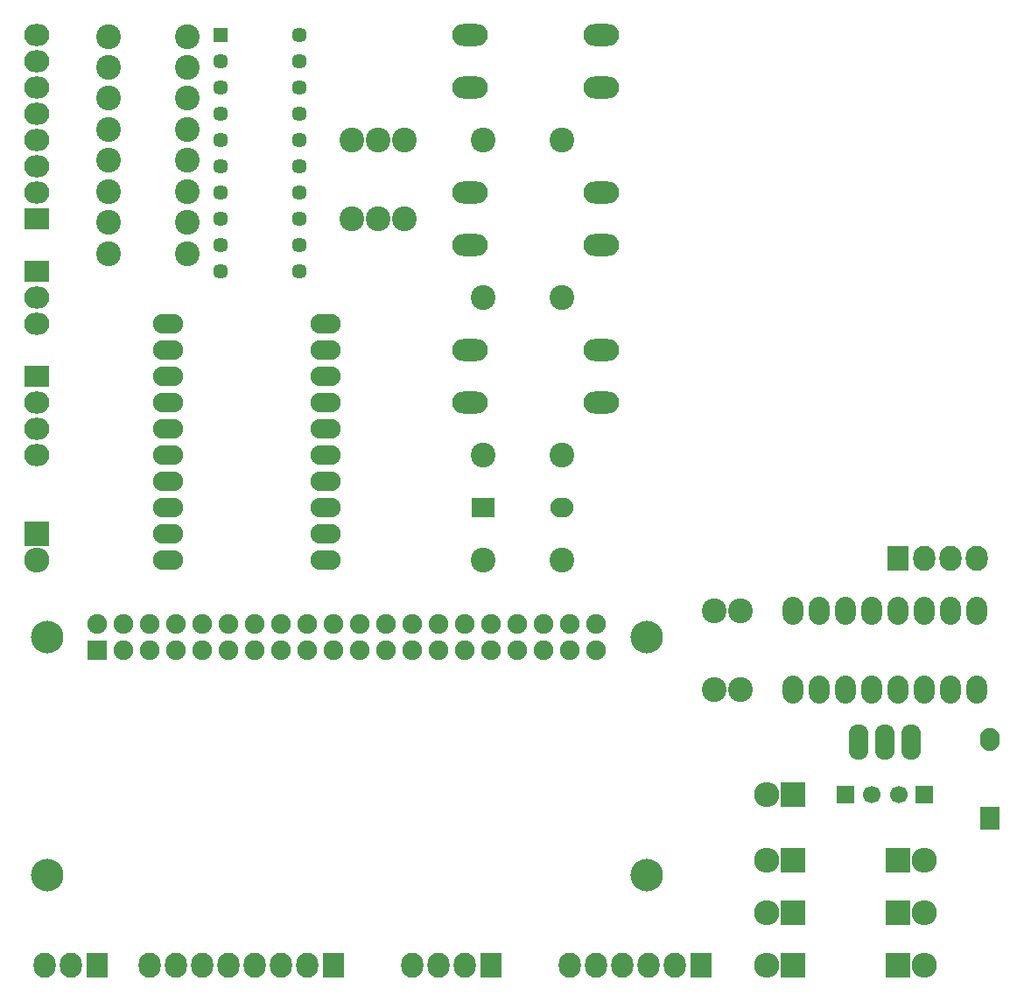
<source format=gbr>
G04 #@! TF.FileFunction,Soldermask,Bot*
%FSLAX46Y46*%
G04 Gerber Fmt 4.6, Leading zero omitted, Abs format (unit mm)*
G04 Created by KiCad (PCBNEW 4.0.2+dfsg1-stable) date 2019年09月16日 21時23分18秒*
%MOMM*%
G01*
G04 APERTURE LIST*
%ADD10C,0.100000*%
%ADD11R,1.908000X1.908000*%
%ADD12C,1.908000*%
%ADD13C,3.150000*%
%ADD14R,1.700000X1.700000*%
%ADD15C,1.700000*%
%ADD16R,2.432000X2.432000*%
%ADD17O,2.432000X2.432000*%
%ADD18R,2.127200X2.432000*%
%ADD19O,2.127200X2.432000*%
%ADD20R,2.432000X2.127200*%
%ADD21O,2.432000X2.127200*%
%ADD22C,2.398980*%
%ADD23O,2.924000X1.924000*%
%ADD24R,2.224000X1.924000*%
%ADD25O,2.224000X1.924000*%
%ADD26O,3.448000X2.127200*%
%ADD27O,2.000000X2.700000*%
%ADD28R,1.450000X1.450000*%
%ADD29C,1.450000*%
%ADD30O,1.924000X3.448000*%
%ADD31R,1.924000X2.224000*%
%ADD32O,1.924000X2.224000*%
G04 APERTURE END LIST*
D10*
D11*
X35560000Y-136160000D03*
D12*
X35560000Y-133620000D03*
X38100000Y-136160000D03*
X38100000Y-133620000D03*
X40640000Y-136160000D03*
X40640000Y-133620000D03*
X43180000Y-136160000D03*
X43180000Y-133620000D03*
X45720000Y-136160000D03*
X45720000Y-133620000D03*
X48260000Y-136160000D03*
X48260000Y-133620000D03*
X50800000Y-136160000D03*
X50800000Y-133620000D03*
X53340000Y-136160000D03*
X53340000Y-133620000D03*
X55880000Y-136160000D03*
X55880000Y-133620000D03*
X58420000Y-136160000D03*
X58420000Y-133620000D03*
X60960000Y-136160000D03*
X60960000Y-133620000D03*
X63500000Y-136160000D03*
X63500000Y-133620000D03*
X66040000Y-136160000D03*
X66040000Y-133620000D03*
X68580000Y-136160000D03*
X68580000Y-133620000D03*
X71120000Y-136160000D03*
X71120000Y-133620000D03*
X73660000Y-136160000D03*
X73660000Y-133620000D03*
X76200000Y-136160000D03*
X76200000Y-133620000D03*
X78740000Y-136160000D03*
X78740000Y-133620000D03*
X81280000Y-136160000D03*
X81280000Y-133620000D03*
X83820000Y-136160000D03*
X83820000Y-133620000D03*
D13*
X30690000Y-157890000D03*
X30690000Y-134890000D03*
X88690000Y-157890000D03*
X88690000Y-134890000D03*
D14*
X115570000Y-150130000D03*
D15*
X113070000Y-150130000D03*
D14*
X107950000Y-150130000D03*
D15*
X110450000Y-150130000D03*
D16*
X113030000Y-161560000D03*
D17*
X115570000Y-161560000D03*
D16*
X113030000Y-166640000D03*
D17*
X115570000Y-166640000D03*
D16*
X113030000Y-156480000D03*
D17*
X115570000Y-156480000D03*
D16*
X102870000Y-150130000D03*
D17*
X100330000Y-150130000D03*
D16*
X102870000Y-156480000D03*
D17*
X100330000Y-156480000D03*
D16*
X102870000Y-161560000D03*
D17*
X100330000Y-161560000D03*
D16*
X102870000Y-166640000D03*
D17*
X100330000Y-166640000D03*
D18*
X113030000Y-127270000D03*
D19*
X115570000Y-127270000D03*
X118110000Y-127270000D03*
X120650000Y-127270000D03*
D18*
X93980000Y-166640000D03*
D19*
X91440000Y-166640000D03*
X88900000Y-166640000D03*
X86360000Y-166640000D03*
X83820000Y-166640000D03*
X81280000Y-166640000D03*
D18*
X58420000Y-166640000D03*
D19*
X55880000Y-166640000D03*
X53340000Y-166640000D03*
X50800000Y-166640000D03*
X48260000Y-166640000D03*
X45720000Y-166640000D03*
X43180000Y-166640000D03*
X40640000Y-166640000D03*
D18*
X73660000Y-166640000D03*
D19*
X71120000Y-166640000D03*
X68580000Y-166640000D03*
X66040000Y-166640000D03*
D18*
X35560000Y-166640000D03*
D19*
X33020000Y-166640000D03*
X30480000Y-166640000D03*
D16*
X29730000Y-124910000D03*
D17*
X29730000Y-127450000D03*
D20*
X29730000Y-99510000D03*
D21*
X29730000Y-102050000D03*
X29730000Y-104590000D03*
D20*
X29730000Y-94430000D03*
D21*
X29730000Y-91890000D03*
X29730000Y-89350000D03*
X29730000Y-86810000D03*
X29730000Y-84270000D03*
X29730000Y-81730000D03*
X29730000Y-79190000D03*
X29730000Y-76650000D03*
D20*
X29730000Y-109670000D03*
D21*
X29730000Y-112210000D03*
X29730000Y-114750000D03*
X29730000Y-117290000D03*
D22*
X97790000Y-139970000D03*
X97790000Y-132350000D03*
X95250000Y-132350000D03*
X95250000Y-139970000D03*
X44250000Y-76740000D03*
X36630000Y-76740000D03*
X44250000Y-79740000D03*
X36630000Y-79740000D03*
X44250000Y-82740000D03*
X36630000Y-82740000D03*
X44250000Y-85740000D03*
X36630000Y-85740000D03*
X44250000Y-88740000D03*
X36630000Y-88740000D03*
X60210000Y-94430000D03*
X60210000Y-86810000D03*
X44250000Y-91740000D03*
X36630000Y-91740000D03*
X44250000Y-94740000D03*
X36630000Y-94740000D03*
X44250000Y-97740000D03*
X36630000Y-97740000D03*
X62750000Y-94430000D03*
X62750000Y-86810000D03*
X80530000Y-127450000D03*
X72910000Y-127450000D03*
X80530000Y-117290000D03*
X72910000Y-117290000D03*
X80530000Y-102050000D03*
X72910000Y-102050000D03*
X80530000Y-86810000D03*
X72910000Y-86810000D03*
X65290000Y-94430000D03*
X65290000Y-86810000D03*
D23*
X57670000Y-127450000D03*
X57670000Y-124910000D03*
X57670000Y-122370000D03*
X57670000Y-119830000D03*
X57670000Y-117290000D03*
X42430000Y-117290000D03*
X42430000Y-119830000D03*
X42430000Y-122370000D03*
X42430000Y-124910000D03*
X42430000Y-127450000D03*
X57670000Y-114750000D03*
X57670000Y-112210000D03*
X57670000Y-109670000D03*
X57670000Y-107130000D03*
X57670000Y-104590000D03*
X42430000Y-104590000D03*
X42430000Y-107130000D03*
X42430000Y-109670000D03*
X42430000Y-112210000D03*
X42430000Y-114750000D03*
D24*
X72910000Y-122370000D03*
D25*
X80530000Y-122370000D03*
D26*
X71640000Y-112210000D03*
X71640000Y-107130000D03*
X84340000Y-112210000D03*
X84340000Y-107130000D03*
X71640000Y-96970000D03*
X71640000Y-91890000D03*
X84340000Y-96970000D03*
X84340000Y-91890000D03*
X71640000Y-81730000D03*
X71640000Y-76650000D03*
X84340000Y-81730000D03*
X84340000Y-76650000D03*
D27*
X120650000Y-132350000D03*
X118110000Y-132350000D03*
X115570000Y-132350000D03*
X113030000Y-132350000D03*
X110490000Y-132350000D03*
X107950000Y-132350000D03*
X105410000Y-132350000D03*
X102870000Y-132350000D03*
X102870000Y-139970000D03*
X105410000Y-139970000D03*
X107950000Y-139970000D03*
X110490000Y-139970000D03*
X113030000Y-139970000D03*
X115570000Y-139970000D03*
X118110000Y-139970000D03*
X120650000Y-139970000D03*
D28*
X47510000Y-76650000D03*
D29*
X47510000Y-79190000D03*
X47510000Y-81730000D03*
X47510000Y-84270000D03*
X47510000Y-86810000D03*
X47510000Y-89350000D03*
X47510000Y-91890000D03*
X47510000Y-94430000D03*
X47510000Y-96970000D03*
X47510000Y-99510000D03*
X55110000Y-99510000D03*
X55110000Y-96970000D03*
X55110000Y-94430000D03*
X55110000Y-91890000D03*
X55110000Y-89350000D03*
X55110000Y-86810000D03*
X55110000Y-84270000D03*
X55110000Y-81730000D03*
X55110000Y-79190000D03*
X55110000Y-76650000D03*
D30*
X114300000Y-145050000D03*
X111760000Y-145050000D03*
X109220000Y-145050000D03*
D31*
X121920000Y-152400000D03*
D32*
X121920000Y-144780000D03*
M02*

</source>
